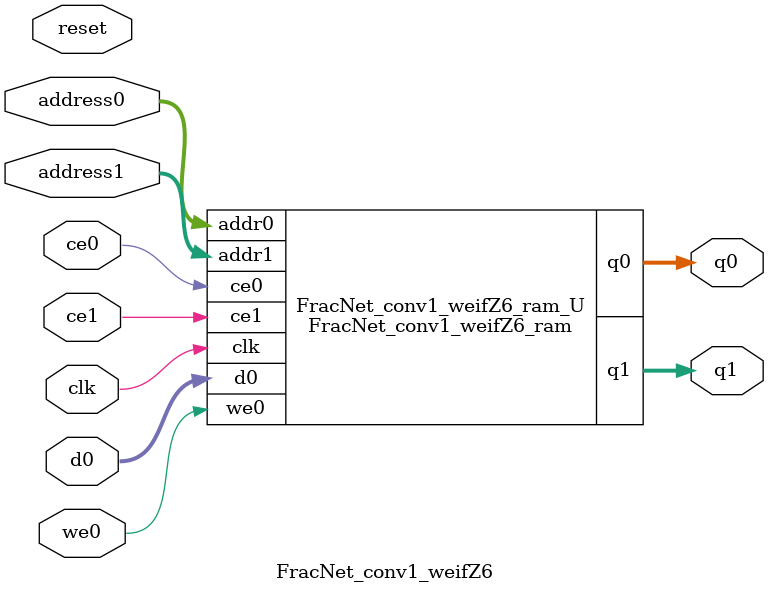
<source format=v>
`timescale 1 ns / 1 ps
module FracNet_conv1_weifZ6_ram (addr0, ce0, d0, we0, q0, addr1, ce1, q1,  clk);

parameter DWIDTH = 16;
parameter AWIDTH = 6;
parameter MEM_SIZE = 54;

input[AWIDTH-1:0] addr0;
input ce0;
input[DWIDTH-1:0] d0;
input we0;
output reg[DWIDTH-1:0] q0;
input[AWIDTH-1:0] addr1;
input ce1;
output reg[DWIDTH-1:0] q1;
input clk;

(* ram_style = "distributed" *)reg [DWIDTH-1:0] ram[0:MEM_SIZE-1];




always @(posedge clk)  
begin 
    if (ce0) begin
        if (we0) 
            ram[addr0] <= d0; 
        q0 <= ram[addr0];
    end
end


always @(posedge clk)  
begin 
    if (ce1) begin
        q1 <= ram[addr1];
    end
end


endmodule

`timescale 1 ns / 1 ps
module FracNet_conv1_weifZ6(
    reset,
    clk,
    address0,
    ce0,
    we0,
    d0,
    q0,
    address1,
    ce1,
    q1);

parameter DataWidth = 32'd16;
parameter AddressRange = 32'd54;
parameter AddressWidth = 32'd6;
input reset;
input clk;
input[AddressWidth - 1:0] address0;
input ce0;
input we0;
input[DataWidth - 1:0] d0;
output[DataWidth - 1:0] q0;
input[AddressWidth - 1:0] address1;
input ce1;
output[DataWidth - 1:0] q1;



FracNet_conv1_weifZ6_ram FracNet_conv1_weifZ6_ram_U(
    .clk( clk ),
    .addr0( address0 ),
    .ce0( ce0 ),
    .we0( we0 ),
    .d0( d0 ),
    .q0( q0 ),
    .addr1( address1 ),
    .ce1( ce1 ),
    .q1( q1 ));

endmodule


</source>
